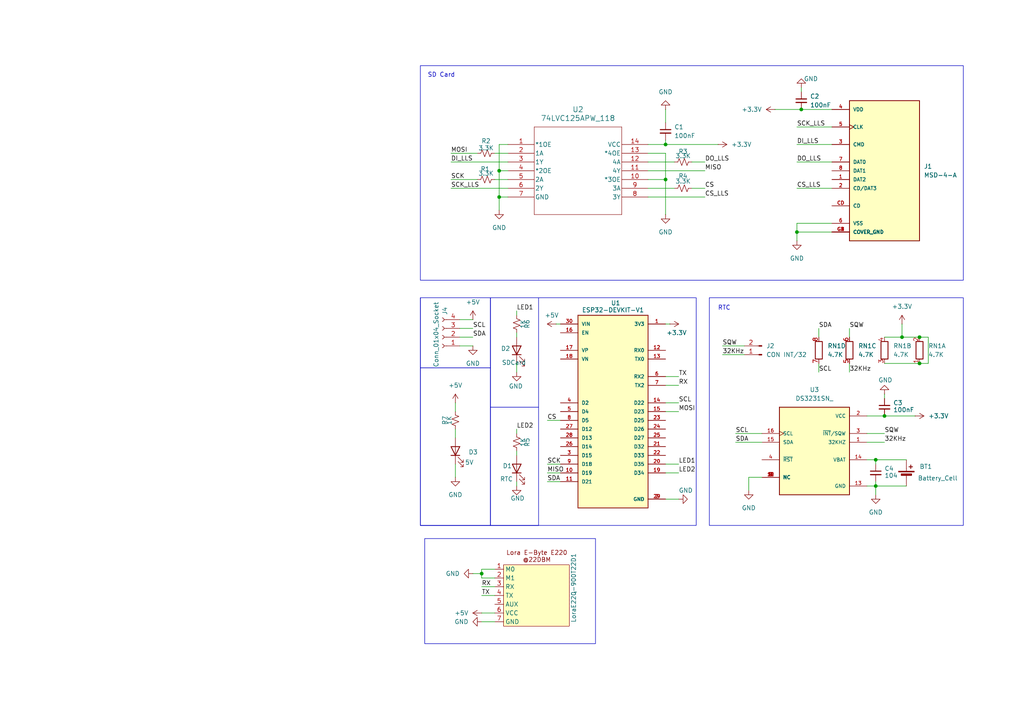
<source format=kicad_sch>
(kicad_sch (version 20250114) (generator "eeschema") (generator_version "9.0")
  (paper "A4")
  (lib_symbols
    (symbol "74LVC125APW,118:74LVC125APW_118" (pin_names (offset 0.254))
      (property "Reference" "U" (at 20.32 10.16 0))
      (property "Value" "74LVC125APW_118" (at 20.32 7.62 0))
      (symbol "74LVC125APW_118_0_1"
        (polyline (pts (xy 7.62 5.08) (xy 7.62 -20.32)) (stroke (width 0.127)))
        (polyline (pts (xy 7.62 -20.32) (xy 33.02 -20.32)) (stroke (width 0.127)))
        (polyline (pts (xy 33.02 5.08) (xy 7.62 5.08)) (stroke (width 0.127)))
        (polyline (pts (xy 33.02 -20.32) (xy 33.02 5.08)) (stroke (width 0.127)))
        (pin input line (at 0 0 0) (length 7.62) (name "*1OE") (number "1"))
        (pin input line (at 0 -2.54 0) (length 7.62) (name "1A") (number "2"))
        (pin output line (at 0 -5.08 0) (length 7.62) (name "1Y") (number "3"))
        (pin input line (at 0 -7.62 0) (length 7.62) (name "*2OE") (number "4"))
        (pin input line (at 0 -10.16 0) (length 7.62) (name "2A") (number "5"))
        (pin output line (at 0 -12.7 0) (length 7.62) (name "2Y") (number "6"))
        (pin power_out line (at 0 -15.24 0) (length 7.62) (name "GND") (number "7"))
        (pin power_in line (at 40.64 0 180) (length 7.62) (name "VCC") (number "14"))
        (pin input line (at 40.64 -2.54 180) (length 7.62) (name "*4OE") (number "13"))
        (pin input line (at 40.64 -5.08 180) (length 7.62) (name "4A") (number "12"))
        (pin output line (at 40.64 -7.62 180) (length 7.62) (name "4Y") (number "11"))
        (pin input line (at 40.64 -10.16 180) (length 7.62) (name "*3OE") (number "10"))
        (pin input line (at 40.64 -12.7 180) (length 7.62) (name "3A") (number "9"))
        (pin output line (at 40.64 -15.24 180) (length 7.62) (name "3Y") (number "8"))
      )
    )
    (symbol "Connector:Conn_01x02_Pin" (pin_names (offset 1.016) (hide yes))
      (property "Reference" "J" (at 0 2.54 0))
      (property "Value" "Conn_01x02_Pin" (at 0 -5.08 0))
      (symbol "Conn_01x02_Pin_1_1"
        (rectangle (start 0.8636 0.127) (end 0 -0.127) (stroke (width 0.1524)) (fill (type outline)))
        (rectangle (start 0.8636 -2.413) (end 0 -2.667) (stroke (width 0.1524)) (fill (type outline)))
        (polyline (pts (xy 1.27 0) (xy 0.8636 0)) (stroke (width 0.1524)))
        (polyline (pts (xy 1.27 -2.54) (xy 0.8636 -2.54)) (stroke (width 0.1524)))
        (pin passive line (at 5.08 0 180) (length 3.81) (name "Pin_1") (number "1"))
        (pin passive line (at 5.08 -2.54 180) (length 3.81) (name "Pin_2") (number "2"))
      )
    )
    (symbol "Connector:Conn_01x04_Socket" (pin_names (offset 1.016) (hide yes))
      (property "Reference" "J" (at 0 5.08 0))
      (property "Value" "Conn_01x04_Socket" (at 0 -7.62 0))
      (symbol "Conn_01x04_Socket_1_1"
        (polyline (pts (xy -1.27 2.54) (xy -0.508 2.54)) (stroke (width 0.1524)))
        (polyline (pts (xy -1.27 0) (xy -0.508 0)) (stroke (width 0.1524)))
        (polyline (pts (xy -1.27 -2.54) (xy -0.508 -2.54)) (stroke (width 0.1524)))
        (polyline (pts (xy -1.27 -5.08) (xy -0.508 -5.08)) (stroke (width 0.1524)))
        (arc (start 0 2.032) (mid -0.5058 2.54) (end 0 3.048) (stroke (width 0.1524)))
        (arc (start 0 -0.508) (mid -0.5058 0) (end 0 0.508) (stroke (width 0.1524)))
        (arc (start 0 -3.048) (mid -0.5058 -2.54) (end 0 -2.032) (stroke (width 0.1524)))
        (arc (start 0 -5.588) (mid -0.5058 -5.08) (end 0 -4.572) (stroke (width 0.1524)))
        (pin passive line (at -5.08 2.54 0) (length 3.81) (name "Pin_1") (number "1"))
        (pin passive line (at -5.08 0 0) (length 3.81) (name "Pin_2") (number "2"))
        (pin passive line (at -5.08 -2.54 0) (length 3.81) (name "Pin_3") (number "3"))
        (pin passive line (at -5.08 -5.08 0) (length 3.81) (name "Pin_4") (number "4"))
      )
    )
    (symbol "DS3231SN_:DS3231SN_" (pin_names (offset 1.016))
      (property "Reference" "U" (at -9.9423 13.7569 0))
      (property "Value" "DS3231SN_" (at -10.1746 -15.2582 0))
      (symbol "DS3231SN__0_0"
        (rectangle (start -10.16 -12.7) (end 10.16 12.7) (stroke (width 0.254)) (fill (type background)))
        (pin input clock (at -15.24 5.08 0) (length 5.08) (name "SCL") (number "16"))
        (pin bidirectional line (at -15.24 2.54 0) (length 5.08) (name "SDA") (number "15"))
        (pin bidirectional line (at -15.24 -2.54 0) (length 5.08) (name "~{RST}") (number "4"))
        (pin passive line (at -15.24 -7.62 0) (length 5.08) (name "NC") (number "10"))
        (pin passive line (at -15.24 -7.62 0) (length 5.08) (name "NC") (number "11"))
        (pin passive line (at -15.24 -7.62 0) (length 5.08) (name "NC") (number "12"))
        (pin passive line (at -15.24 -7.62 0) (length 5.08) (name "NC") (number "5"))
        (pin passive line (at -15.24 -7.62 0) (length 5.08) (name "NC") (number "6"))
        (pin passive line (at -15.24 -7.62 0) (length 5.08) (name "NC") (number "7"))
        (pin passive line (at -15.24 -7.62 0) (length 5.08) (name "NC") (number "8"))
        (pin passive line (at -15.24 -7.62 0) (length 5.08) (name "NC") (number "9"))
        (pin power_in line (at 15.24 10.16 180) (length 5.08) (name "VCC") (number "2"))
        (pin output line (at 15.24 5.08 180) (length 5.08) (name "~{INT}/SQW") (number "3"))
        (pin output line (at 15.24 2.54 180) (length 5.08) (name "32KHZ") (number "1"))
        (pin input line (at 15.24 -2.54 180) (length 5.08) (name "VBAT") (number "14"))
        (pin power_in line (at 15.24 -10.16 180) (length 5.08) (name "GND") (number "13"))
      )
    )
    (symbol "Device:Battery_Cell" (pin_numbers (hide yes)) (pin_names (offset 0) (hide yes))
      (property "Reference" "BT" (at 2.54 2.54 0))
      (property "Value" "Battery_Cell" (at 2.54 0 0))
      (symbol "Battery_Cell_0_1"
        (rectangle (start -2.286 1.778) (end 2.286 1.524) (fill (type outline)))
        (rectangle (start -1.524 1.016) (end 1.524 0.508) (fill (type outline)))
        (polyline (pts (xy 0 1.778) (xy 0 2.54)))
        (polyline (pts (xy 0 0.762) (xy 0 0)))
        (polyline (pts (xy 0.762 3.048) (xy 1.778 3.048)) (stroke (width 0.254)))
        (polyline (pts (xy 1.27 3.556) (xy 1.27 2.54)) (stroke (width 0.254)))
      )
      (symbol "Battery_Cell_1_1"
        (pin passive line (at 0 5.08 270) (length 2.54) (name "+") (number "1"))
        (pin passive line (at 0 -2.54 90) (length 2.54) (name "-") (number "2"))
      )
    )
    (symbol "Device:C_Small" (pin_numbers (hide yes)) (pin_names (offset 0.254) (hide yes))
      (property "Reference" "C" (at 0.254 1.778 0))
      (property "Value" "C_Small" (at 0.254 -2.032 0))
      (symbol "C_Small_0_1"
        (polyline (pts (xy -1.524 0.508) (xy 1.524 0.508)) (stroke (width 0.3048)))
        (polyline (pts (xy -1.524 -0.508) (xy 1.524 -0.508)) (stroke (width 0.3302)))
      )
      (symbol "C_Small_1_1"
        (pin passive line (at 0 2.54 270) (length 2.032) (name "~") (number "1"))
        (pin passive line (at 0 -2.54 90) (length 2.032) (name "~") (number "2"))
      )
    )
    (symbol "Device:LED" (pin_numbers (hide yes)) (pin_names (offset 1.016) (hide yes))
      (property "Reference" "D" (at 0 2.54 0))
      (property "Value" "LED" (at 0 -2.54 0))
      (symbol "LED_0_1"
        (polyline (pts (xy -3.048 -0.762) (xy -4.572 -2.286) (xy -3.81 -2.286) (xy -4.572 -2.286) (xy -4.572 -1.524)))
        (polyline (pts (xy -1.778 -0.762) (xy -3.302 -2.286) (xy -2.54 -2.286) (xy -3.302 -2.286) (xy -3.302 -1.524)))
        (polyline (pts (xy -1.27 0) (xy 1.27 0)))
        (polyline (pts (xy -1.27 -1.27) (xy -1.27 1.27)) (stroke (width 0.254)))
        (polyline (pts (xy 1.27 -1.27) (xy 1.27 1.27) (xy -1.27 0) (xy 1.27 -1.27)) (stroke (width 0.254)))
      )
      (symbol "LED_1_1"
        (pin passive line (at -3.81 0 0) (length 2.54) (name "K") (number "1"))
        (pin passive line (at 3.81 0 180) (length 2.54) (name "A") (number "2"))
      )
    )
    (symbol "Device:R_Pack04_SIP_Split" (pin_names (offset 0) (hide yes))
      (property "Reference" "RN" (at 2.032 0 90))
      (property "Value" "R_Pack04_SIP_Split" (at 0 0 90))
      (symbol "R_Pack04_SIP_Split_0_1"
        (rectangle (start 1.016 2.54) (end -1.016 -2.54) (stroke (width 0.254)))
      )
      (symbol "R_Pack04_SIP_Split_1_1"
        (pin passive line (at 0 3.81 270) (length 1.27) (name "R1.2") (number "2"))
        (pin passive line (at 0 -3.81 90) (length 1.27) (name "R1.1") (number "1"))
      )
      (symbol "R_Pack04_SIP_Split_2_1"
        (pin passive line (at 0 3.81 270) (length 1.27) (name "R2.2") (number "4"))
        (pin passive line (at 0 -3.81 90) (length 1.27) (name "R2.1") (number "3"))
      )
      (symbol "R_Pack04_SIP_Split_3_1"
        (pin passive line (at 0 3.81 270) (length 1.27) (name "R3.2") (number "6"))
        (pin passive line (at 0 -3.81 90) (length 1.27) (name "R3.1") (number "5"))
      )
      (symbol "R_Pack04_SIP_Split_4_1"
        (pin passive line (at 0 3.81 270) (length 1.27) (name "R4.2") (number "8"))
        (pin passive line (at 0 -3.81 90) (length 1.27) (name "R4.1") (number "7"))
      )
    )
    (symbol "Device:R_Small_US" (pin_numbers (hide yes)) (pin_names (offset 0.254) (hide yes))
      (property "Reference" "R" (at 0.762 0.508 0))
      (property "Value" "R_Small_US" (at 0.762 -1.016 0))
      (symbol "R_Small_US_1_1"
        (polyline (pts (xy 0 1.524) (xy 1.016 1.143) (xy 0 0.762) (xy -1.016 0.381) (xy 0 0)))
        (polyline (pts (xy 0 0) (xy 1.016 -0.381) (xy 0 -0.762) (xy -1.016 -1.143) (xy 0 -1.524)))
        (pin passive line (at 0 2.54 270) (length 1.016) (name "~") (number "1"))
        (pin passive line (at 0 -2.54 90) (length 1.016) (name "~") (number "2"))
      )
    )
    (symbol "ESP32-DEVKIT-V1:ESP32-DEVKIT-V1" (pin_names (offset 1.016))
      (property "Reference" "U" (at -10.16 30.48 0))
      (property "Value" "ESP32-DEVKIT-V1" (at -10.16 -30.48 0))
      (symbol "ESP32-DEVKIT-V1_0_0"
        (rectangle (start -10.16 -27.94) (end 10.16 27.94) (stroke (width 0.254)) (fill (type background)))
        (pin input line (at -15.24 25.4 0) (length 5.08) (name "VIN") (number "30"))
        (pin input line (at -15.24 22.86 0) (length 5.08) (name "EN") (number "16"))
        (pin bidirectional line (at -15.24 17.78 0) (length 5.08) (name "VP") (number "17"))
        (pin bidirectional line (at -15.24 15.24 0) (length 5.08) (name "VN") (number "18"))
        (pin bidirectional line (at -15.24 2.54 0) (length 5.08) (name "D2") (number "4"))
        (pin bidirectional line (at -15.24 0 0) (length 5.08) (name "D4") (number "5"))
        (pin bidirectional line (at -15.24 -2.54 0) (length 5.08) (name "D5") (number "8"))
        (pin bidirectional line (at -15.24 -5.08 0) (length 5.08) (name "D12") (number "27"))
        (pin bidirectional line (at -15.24 -7.62 0) (length 5.08) (name "D13") (number "28"))
        (pin bidirectional line (at -15.24 -10.16 0) (length 5.08) (name "D14") (number "26"))
        (pin bidirectional line (at -15.24 -12.7 0) (length 5.08) (name "D15") (number "3"))
        (pin bidirectional line (at -15.24 -15.24 0) (length 5.08) (name "D18") (number "9"))
        (pin bidirectional line (at -15.24 -17.78 0) (length 5.08) (name "D19") (number "10"))
        (pin bidirectional line (at -15.24 -20.32 0) (length 5.08) (name "D21") (number "11"))
        (pin output line (at 15.24 25.4 180) (length 5.08) (name "3V3") (number "1"))
        (pin input line (at 15.24 17.78 180) (length 5.08) (name "RX0") (number "12"))
        (pin output line (at 15.24 15.24 180) (length 5.08) (name "TX0") (number "13"))
        (pin input line (at 15.24 10.16 180) (length 5.08) (name "RX2") (number "6"))
        (pin output line (at 15.24 7.62 180) (length 5.08) (name "TX2") (number "7"))
        (pin bidirectional line (at 15.24 2.54 180) (length 5.08) (name "D22") (number "14"))
        (pin bidirectional line (at 15.24 0 180) (length 5.08) (name "D23") (number "15"))
        (pin bidirectional line (at 15.24 -2.54 180) (length 5.08) (name "D25") (number "23"))
        (pin bidirectional line (at 15.24 -5.08 180) (length 5.08) (name "D26") (number "24"))
        (pin bidirectional line (at 15.24 -7.62 180) (length 5.08) (name "D27") (number "25"))
        (pin bidirectional line (at 15.24 -10.16 180) (length 5.08) (name "D32") (number "21"))
        (pin bidirectional line (at 15.24 -12.7 180) (length 5.08) (name "D33") (number "22"))
        (pin bidirectional line (at 15.24 -15.24 180) (length 5.08) (name "D35") (number "20"))
        (pin bidirectional line (at 15.24 -17.78 180) (length 5.08) (name "D34") (number "19"))
        (pin power_in line (at 15.24 -25.4 180) (length 5.08) (name "GND") (number "2"))
        (pin power_in line (at 15.24 -25.4 180) (length 5.08) (name "GND") (number "29"))
      )
    )
    (symbol "Lora:Lora_E220"
      (property "Reference" "LoraE220-900T22D" (at 0.762 -7.874 0))
      (symbol "Lora_E220_1_1"
        (rectangle (start -8.89 11.43) (end 10.16 -6.35) (fill (type background)))
        (text "Lora E-Byte E220\n@22DBM" (at 0.762 13.97 0) (effects (font (size 1.27 1.27))))
        (pin input line (at -11.43 10.16 0) (length 2.54) (name "M0") (number "1"))
        (pin input line (at -11.43 7.62 0) (length 2.54) (name "M1") (number "2"))
        (pin output line (at -11.43 5.08 0) (length 2.54) (name "RX") (number "3"))
        (pin input line (at -11.43 2.54 0) (length 2.54) (name "TX") (number "4"))
        (pin input line (at -11.43 0 0) (length 2.54) (name "AUX") (number "5"))
        (pin power_in line (at -11.43 -2.54 0) (length 2.54) (name "VCC") (number "6"))
        (pin power_in line (at -11.43 -5.08 0) (length 2.54) (name "GND") (number "7"))
      )
    )
    (symbol "Micro SD Card Socket:MSD-4-A" (pin_names (offset 1.016))
      (property "Reference" "J" (at -10.16 21.082 0))
      (property "Value" "MSD-4-A" (at -10.16 -22.86 0))
      (symbol "MSD-4-A_0_0"
        (rectangle (start -10.16 -20.32) (end 10.16 20.32) (stroke (width 0.254)) (fill (type background)))
        (pin power_in line (at -15.24 17.78 0) (length 5.08) (name "VDD") (number "4"))
        (pin input clock (at -15.24 12.7 0) (length 5.08) (name "CLK") (number "5"))
        (pin bidirectional line (at -15.24 7.62 0) (length 5.08) (name "CMD") (number "3"))
        (pin bidirectional line (at -15.24 2.54 0) (length 5.08) (name "DAT0") (number "7"))
        (pin bidirectional line (at -15.24 0 0) (length 5.08) (name "DAT1") (number "8"))
        (pin bidirectional line (at -15.24 -2.54 0) (length 5.08) (name "DAT2") (number "1"))
        (pin bidirectional line (at -15.24 -5.08 0) (length 5.08) (name "CD/DAT3") (number "2"))
        (pin passive line (at -15.24 -10.16 0) (length 5.08) (name "CD") (number "CD"))
        (pin power_in line (at -15.24 -15.24 0) (length 5.08) (name "VSS") (number "6"))
        (pin power_in line (at -15.24 -17.78 0) (length 5.08) (name "COVER_GND") (number "G1"))
        (pin power_in line (at -15.24 -17.78 0) (length 5.08) (name "COVER_GND") (number "G2"))
        (pin power_in line (at -15.24 -17.78 0) (length 5.08) (name "COVER_GND") (number "G3"))
        (pin power_in line (at -15.24 -17.78 0) (length 5.08) (name "COVER_GND") (number "G4"))
      )
    )
    (symbol "power:+3.3V" (power) (pin_numbers (hide yes)) (pin_names (offset 0) (hide yes))
      (property "Value" "+3.3V" (at 0 3.556 0))
      (symbol "+3.3V_0_1"
        (polyline (pts (xy -0.762 1.27) (xy 0 2.54)))
        (polyline (pts (xy 0 2.54) (xy 0.762 1.27)))
        (polyline (pts (xy 0 0) (xy 0 2.54)))
      )
      (symbol "+3.3V_1_1"
        (pin power_in line (at 0 0 90) (length 0) (name "~") (number "1"))
      )
    )
    (symbol "power:+5V" (power) (pin_numbers (hide yes)) (pin_names (offset 0) (hide yes))
      (property "Value" "+5V" (at 0 3.556 0))
      (symbol "+5V_0_1"
        (polyline (pts (xy -0.762 1.27) (xy 0 2.54)))
        (polyline (pts (xy 0 2.54) (xy 0.762 1.27)))
        (polyline (pts (xy 0 0) (xy 0 2.54)))
      )
      (symbol "+5V_1_1"
        (pin power_in line (at 0 0 90) (length 0) (name "~") (number "1"))
      )
    )
    (symbol "power:GND" (power) (pin_numbers (hide yes)) (pin_names (offset 0) (hide yes))
      (property "Value" "GND" (at 0 -3.81 0))
      (symbol "GND_0_1"
        (polyline (pts (xy 0 0) (xy 0 -1.27) (xy 1.27 -1.27) (xy 0 -2.54) (xy -1.27 -1.27) (xy 0 -1.27)))
      )
      (symbol "GND_1_1"
        (pin power_in line (at 0 0 270) (length 0) (name "~") (number "1"))
      )
    )
  )
  (rectangle (start 142.24 118.11) (end 156.21 152.4))
  (rectangle (start 121.92 106.68) (end 142.24 152.4))
  (rectangle (start 123.19 156.21) (end 172.72 186.69))
  (rectangle (start 205.74 86.36) (end 279.4 152.4))
  (rectangle (start 121.92 86.36) (end 142.24 106.68))
  (rectangle (start 121.92 19.05) (end 279.4 81.28))
  (rectangle (start 142.24 86.36) (end 156.21 118.11))
  (rectangle (start 121.92 86.36) (end 201.93 152.4))
  (text "RTC" (at 210.058 89.408 0) (effects (font (size 1.27 1.27))))
  (text "SD Card" (at 128.016 21.844 0) (effects (font (size 1.27 1.27))))
  (junction (at 254 133.35))
  (junction (at 144.78 57.15))
  (junction (at 266.7 97.79))
  (junction (at 231.14 67.31))
  (junction (at 254 140.97))
  (junction (at 232.41 31.75))
  (junction (at 261.62 97.79))
  (junction (at 193.04 41.91))
  (junction (at 139.7 166.37))
  (junction (at 144.78 49.53))
  (junction (at 266.7 105.41))
  (junction (at 193.04 52.07))
  (junction (at 256.54 120.65))
  (wire (pts (xy 251.46 120.65) (xy 256.54 120.65)))
  (wire (pts (xy 137.16 166.37) (xy 139.7 166.37)))
  (wire (pts (xy 158.75 121.92) (xy 162.56 121.92)))
  (wire (pts (xy 158.75 139.7) (xy 162.56 139.7)))
  (wire (pts (xy 193.04 137.16) (xy 196.85 137.16)))
  (wire (pts (xy 254 140.97) (xy 262.89 140.97)))
  (wire (pts (xy 139.7 177.8) (xy 143.51 177.8)))
  (wire (pts (xy 149.86 124.46) (xy 149.86 125.73)))
  (wire (pts (xy 193.04 44.45) (xy 193.04 52.07)))
  (wire (pts (xy 196.85 144.78) (xy 193.04 144.78)))
  (wire (pts (xy 130.81 44.45) (xy 138.43 44.45)))
  (wire (pts (xy 144.78 41.91) (xy 144.78 49.53)))
  (wire (pts (xy 193.04 134.62) (xy 196.85 134.62)))
  (wire (pts (xy 143.51 52.07) (xy 147.32 52.07)))
  (wire (pts (xy 231.14 41.91) (xy 241.3 41.91)))
  (wire (pts (xy 266.7 97.79) (xy 269.24 97.79)))
  (wire (pts (xy 144.78 57.15) (xy 144.78 60.96)))
  (wire (pts (xy 161.29 93.98) (xy 162.56 93.98)))
  (wire (pts (xy 269.24 105.41) (xy 266.7 105.41)))
  (wire (pts (xy 187.96 49.53) (xy 204.47 49.53)))
  (wire (pts (xy 193.04 52.07) (xy 193.04 62.23)))
  (wire (pts (xy 158.75 134.62) (xy 162.56 134.62)))
  (wire (pts (xy 261.62 93.98) (xy 261.62 97.79)))
  (wire (pts (xy 187.96 52.07) (xy 193.04 52.07)))
  (wire (pts (xy 193.04 109.22) (xy 196.85 109.22)))
  (wire (pts (xy 149.86 132.08) (xy 149.86 130.81)))
  (wire (pts (xy 246.38 105.41) (xy 246.38 107.95)))
  (wire (pts (xy 251.46 125.73) (xy 256.54 125.73)))
  (wire (pts (xy 139.7 170.18) (xy 143.51 170.18)))
  (wire (pts (xy 193.04 41.91) (xy 193.04 40.64)))
  (wire (pts (xy 209.55 100.33) (xy 215.9 100.33)))
  (wire (pts (xy 144.78 57.15) (xy 147.32 57.15)))
  (wire (pts (xy 149.86 97.79) (xy 149.86 96.52)))
  (wire (pts (xy 246.38 95.25) (xy 246.38 97.79)))
  (wire (pts (xy 224.79 31.75) (xy 232.41 31.75)))
  (wire (pts (xy 200.66 54.61) (xy 204.47 54.61)))
  (wire (pts (xy 237.49 95.25) (xy 237.49 97.79)))
  (wire (pts (xy 193.04 31.75) (xy 193.04 35.56)))
  (wire (pts (xy 254 143.51) (xy 254 140.97)))
  (wire (pts (xy 231.14 67.31) (xy 231.14 69.85)))
  (wire (pts (xy 143.51 44.45) (xy 147.32 44.45)))
  (wire (pts (xy 187.96 57.15) (xy 204.47 57.15)))
  (wire (pts (xy 209.55 102.87) (xy 215.9 102.87)))
  (wire (pts (xy 187.96 41.91) (xy 193.04 41.91)))
  (wire (pts (xy 231.14 67.31) (xy 241.3 67.31)))
  (wire (pts (xy 254 133.35) (xy 262.89 133.35)))
  (wire (pts (xy 147.32 41.91) (xy 144.78 41.91)))
  (wire (pts (xy 143.51 165.1) (xy 139.7 165.1)))
  (wire (pts (xy 133.35 97.79) (xy 137.16 97.79)))
  (wire (pts (xy 144.78 49.53) (xy 144.78 57.15)))
  (wire (pts (xy 254 139.7) (xy 254 140.97)))
  (wire (pts (xy 213.36 128.27) (xy 220.98 128.27)))
  (wire (pts (xy 193.04 119.38) (xy 196.85 119.38)))
  (wire (pts (xy 231.14 54.61) (xy 241.3 54.61)))
  (wire (pts (xy 261.62 97.79) (xy 266.7 97.79)))
  (wire (pts (xy 232.41 25.4) (xy 232.41 26.67)))
  (wire (pts (xy 256.54 97.79) (xy 261.62 97.79)))
  (wire (pts (xy 130.81 46.99) (xy 147.32 46.99)))
  (wire (pts (xy 256.54 114.3) (xy 256.54 115.57)))
  (wire (pts (xy 256.54 105.41) (xy 266.7 105.41)))
  (wire (pts (xy 187.96 54.61) (xy 195.58 54.61)))
  (wire (pts (xy 256.54 120.65) (xy 265.43 120.65)))
  (wire (pts (xy 132.08 124.46) (xy 132.08 127)))
  (wire (pts (xy 133.35 92.71) (xy 137.16 92.71)))
  (wire (pts (xy 149.86 140.97) (xy 149.86 139.7)))
  (wire (pts (xy 200.66 46.99) (xy 204.47 46.99)))
  (wire (pts (xy 251.46 140.97) (xy 254 140.97)))
  (wire (pts (xy 193.04 116.84) (xy 196.85 116.84)))
  (wire (pts (xy 237.49 105.41) (xy 237.49 107.95)))
  (wire (pts (xy 144.78 49.53) (xy 147.32 49.53)))
  (wire (pts (xy 130.81 52.07) (xy 138.43 52.07)))
  (wire (pts (xy 193.04 41.91) (xy 208.28 41.91)))
  (wire (pts (xy 133.35 95.25) (xy 137.16 95.25)))
  (wire (pts (xy 193.04 111.76) (xy 196.85 111.76)))
  (wire (pts (xy 231.14 64.77) (xy 231.14 67.31)))
  (wire (pts (xy 187.96 44.45) (xy 193.04 44.45)))
  (wire (pts (xy 254 133.35) (xy 254 134.62)))
  (wire (pts (xy 231.14 36.83) (xy 241.3 36.83)))
  (wire (pts (xy 231.14 46.99) (xy 241.3 46.99)))
  (wire (pts (xy 251.46 133.35) (xy 254 133.35)))
  (wire (pts (xy 269.24 97.79) (xy 269.24 105.41)))
  (wire (pts (xy 241.3 64.77) (xy 231.14 64.77)))
  (wire (pts (xy 149.86 107.95) (xy 149.86 105.41)))
  (wire (pts (xy 149.86 90.17) (xy 149.86 91.44)))
  (wire (pts (xy 158.75 137.16) (xy 162.56 137.16)))
  (wire (pts (xy 132.08 116.84) (xy 132.08 119.38)))
  (wire (pts (xy 139.7 172.72) (xy 143.51 172.72)))
  (wire (pts (xy 213.36 125.73) (xy 220.98 125.73)))
  (wire (pts (xy 217.17 138.43) (xy 217.17 142.24)))
  (wire (pts (xy 187.96 46.99) (xy 195.58 46.99)))
  (wire (pts (xy 132.08 134.62) (xy 132.08 138.43)))
  (wire (pts (xy 139.7 167.64) (xy 143.51 167.64)))
  (wire (pts (xy 232.41 31.75) (xy 241.3 31.75)))
  (wire (pts (xy 139.7 165.1) (xy 139.7 166.37)))
  (wire (pts (xy 251.46 128.27) (xy 256.54 128.27)))
  (wire (pts (xy 130.81 54.61) (xy 147.32 54.61)))
  (wire (pts (xy 139.7 166.37) (xy 139.7 167.64)))
  (wire (pts (xy 193.04 93.98) (xy 194.31 93.98)))
  (wire (pts (xy 139.7 180.34) (xy 143.51 180.34)))
  (wire (pts (xy 133.35 100.33) (xy 137.16 100.33)))
  (wire (pts (xy 220.98 138.43) (xy 217.17 138.43)))
  (label "DI_LLS" (at 130.81 46.99 0))
  (label "MOSI" (at 196.85 119.38 0))
  (label "TX" (at 196.85 109.22 0))
  (label "32KHz" (at 246.38 107.95 0))
  (label "LED1" (at 196.85 134.62 0))
  (label "SQW" (at 209.55 100.33 0))
  (label "SDA" (at 237.49 95.25 0))
  (label "SCL" (at 213.36 125.73 0))
  (label "SQW" (at 246.38 95.25 0))
  (label "CS_LLS" (at 231.14 54.61 0))
  (label "DI_LLS" (at 231.14 41.91 0))
  (label "32KHz" (at 256.54 128.27 0))
  (label "SCL" (at 196.85 116.84 0))
  (label "32KHz" (at 209.55 102.87 0))
  (label "MISO" (at 204.47 49.53 0))
  (label "LED2" (at 196.85 137.16 0))
  (label "SCK_LLS" (at 231.14 36.83 0))
  (label "CS" (at 204.47 54.61 0))
  (label "SCK" (at 130.81 52.07 0))
  (label "SCK_LLS" (at 130.81 54.61 0))
  (label "LED2" (at 149.86 124.46 0))
  (label "SDA" (at 213.36 128.27 0))
  (label "SCL" (at 137.16 95.25 0))
  (label "MISO" (at 158.75 137.16 0))
  (label "CS" (at 158.75 121.92 0))
  (label "LED1" (at 149.86 90.17 0))
  (label "CS_LLS" (at 204.47 57.15 0))
  (label "MOSI" (at 130.81 44.45 0))
  (label "SDA" (at 158.75 139.7 0))
  (label "SCK" (at 158.75 134.62 0))
  (label "DO_LLS" (at 204.47 46.99 0))
  (label "SCL" (at 237.49 107.95 0))
  (label "RX" (at 196.85 111.76 0))
  (label "DO_LLS" (at 231.14 46.99 0))
  (label "SDA" (at 137.16 97.79 0))
  (label "RX" (at 139.7 170.18 0))
  (label "SQW" (at 256.54 125.73 0))
  (label "TX" (at 139.7 172.72 0))
  (symbol (lib_id "Device:R_Small_US") (at 198.12 54.61 90) (unit 1)
    (property "Reference" "R4" (at 198.12 51.054 90))
    (property "Value" "3.3K" (at 198.12 52.578 90))
    (property "Footprint" "Resistor_SMD:R_0603_1608Metric_Pad0.98x0.95mm_HandSolder" (effects (hide yes)))
    (property "Description" "Resistor, small US symbol" (effects (hide yes)))
  )
  (symbol (lib_id "Device:R_Pack04_SIP_Split") (at 237.49 101.6 0) (unit 4)
    (property "Reference" "RN1" (at 240.03 100.3299 0) (effects (justify left)))
    (property "Value" "4.7K" (at 240.03 102.8699 0) (effects (justify left)))
    (property "Footprint" "Resistor_SMD:R_Array_Convex_4x0603" (effects (hide yes)))
    (property "Datasheet" "http://www.vishay.com/docs/31509/csc.pdf" (effects (hide yes)))
    (property "Description" "4 resistor network, parallel topology, SIP package, split" (effects (hide yes)))
  )
  (symbol (lib_id "Device:C_Small") (at 232.41 29.21 0) (unit 1)
    (property "Reference" "C2" (at 234.95 27.9462 0) (effects (justify left)))
    (property "Value" "100nF" (at 234.95 30.4862 0) (effects (justify left)))
    (property "Footprint" "Capacitor_SMD:C_0603_1608Metric_Pad1.08x0.95mm_HandSolder" (effects (hide yes)))
    (property "Description" "Unpolarized capacitor, small symbol" (effects (hide yes)))
  )
  (symbol (lib_id "power:+3.3V") (at 194.31 93.98 270) (unit 1)
    (property "Reference" "#PWR017" (effects (hide yes)))
    (property "Value" "+3.3V" (at 193.294 96.52 90) (effects (justify left)))
    (property "Description" "Power symbol creates a global label with name \"+3.3V\"" (effects (hide yes)))
  )
  (symbol (lib_id "Device:R_Small_US") (at 198.12 46.99 90) (unit 1)
    (property "Reference" "R3" (at 198.12 43.942 90))
    (property "Value" "3.3K" (at 198.12 45.212 90))
    (property "Footprint" "Resistor_SMD:R_0603_1608Metric_Pad0.98x0.95mm_HandSolder" (effects (hide yes)))
    (property "Description" "Resistor, small US symbol" (effects (hide yes)))
  )
  (symbol (lib_id "Connector:Conn_01x02_Pin") (at 220.98 102.87 180) (unit 1)
    (property "Reference" "J2" (at 222.25 100.3299 0) (effects (justify right)))
    (property "Value" "CON INT/32" (at 222.25 102.8699 0) (effects (justify right)))
    (property "Footprint" "Connector_PinHeader_2.54mm:PinHeader_1x02_P2.54mm_Vertical" (effects (hide yes)))
    (property "Description" "Generic connector, single row, 01x02, script generated" (effects (hide yes)))
  )
  (symbol (lib_id "Device:R_Pack04_SIP_Split") (at 246.38 101.6 0) (unit 3)
    (property "Reference" "RN1" (at 248.92 100.3299 0) (effects (justify left)))
    (property "Value" "4.7K" (at 248.92 102.8699 0) (effects (justify left)))
    (property "Footprint" "Resistor_SMD:R_Array_Convex_4x0603" (effects (hide yes)))
    (property "Datasheet" "http://www.vishay.com/docs/31509/csc.pdf" (effects (hide yes)))
    (property "Description" "4 resistor network, parallel topology, SIP package, split" (effects (hide yes)))
  )
  (symbol (lib_id "power:GND") (at 139.7 180.34 270) (unit 1)
    (property "Reference" "#PWR024" (effects (hide yes)))
    (property "Value" "GND" (at 135.89 180.3399 90) (effects (justify right)))
    (property "Description" "Power symbol creates a global label with name \"GND\" , ground" (effects (hide yes)))
  )
  (symbol (lib_id "power:GND") (at 254 143.51 0) (unit 1)
    (property "Reference" "#PWR010" (effects (hide yes)))
    (property "Value" "GND" (at 254 148.59 0))
    (property "Description" "Power symbol creates a global label with name \"GND\" , ground" (effects (hide yes)))
  )
  (symbol (lib_id "power:+3.3V") (at 224.79 31.75 90) (unit 1)
    (property "Reference" "#PWR05" (effects (hide yes)))
    (property "Value" "+3.3V" (at 220.98 31.7499 90) (effects (justify left)))
    (property "Description" "Power symbol creates a global label with name \"+3.3V\"" (effects (hide yes)))
  )
  (symbol (lib_id "Device:C_Small") (at 254 137.16 0) (unit 1)
    (property "Reference" "C4" (at 256.54 135.8962 0) (effects (justify left)))
    (property "Value" "104" (at 256.54 137.922 0) (effects (justify left)))
    (property "Footprint" "Capacitor_SMD:C_0603_1608Metric_Pad1.08x0.95mm_HandSolder" (effects (hide yes)))
    (property "Description" "Unpolarized capacitor, small symbol" (effects (hide yes)))
  )
  (symbol (lib_id "power:GND") (at 232.41 25.4 180) (unit 1)
    (property "Reference" "#PWR07" (effects (hide yes)))
    (property "Value" "GND" (at 235.204 22.86 0))
    (property "Description" "Power symbol creates a global label with name \"GND\" , ground" (effects (hide yes)))
  )
  (symbol (lib_id "power:GND") (at 256.54 114.3 180) (unit 1)
    (property "Reference" "#PWR012" (effects (hide yes)))
    (property "Value" "GND" (at 256.794 110.236 0))
    (property "Description" "Power symbol creates a global label with name \"GND\" , ground" (effects (hide yes)))
  )
  (symbol (lib_id "power:GND") (at 217.17 142.24 0) (unit 1)
    (property "Reference" "#PWR013" (effects (hide yes)))
    (property "Value" "GND" (at 217.17 147.32 0))
    (property "Description" "Power symbol creates a global label with name \"GND\" , ground" (effects (hide yes)))
  )
  (symbol (lib_id "74LVC125APW,118:74LVC125APW_118") (at 147.32 41.91 0) (unit 1)
    (property "Reference" "U2" (at 167.64 31.75 0) (effects (font (size 1.524 1.524))))
    (property "Value" "74LVC125APW_118" (at 167.64 34.29 0) (effects (font (size 1.524 1.524))))
    (property "Footprint" "74LVC125APW,118:TSSOP14_SOT402-1_NEX" (effects (hide yes)))
    (property "Datasheet" "74LVC125APW_118" (effects (hide yes)))
  )
  (symbol (lib_id "power:GND") (at 149.86 107.95 0) (unit 1)
    (property "Reference" "#PWR014" (effects (hide yes)))
    (property "Value" "GND" (at 149.606 112.014 0))
    (property "Description" "Power symbol creates a global label with name \"GND\" , ground" (effects (hide yes)))
  )
  (symbol (lib_id "Device:R_Small_US") (at 149.86 93.98 0) (unit 1)
    (property "Reference" "R6" (at 152.908 93.98 90))
    (property "Value" "1K" (at 151.638 93.98 90))
    (property "Footprint" "Resistor_SMD:R_0603_1608Metric_Pad0.98x0.95mm_HandSolder" (effects (hide yes)))
    (property "Description" "Resistor, small US symbol" (effects (hide yes)))
  )
  (symbol (lib_id "Device:C_Small") (at 256.54 118.11 0) (unit 1)
    (property "Reference" "C3" (at 259.08 116.8462 0) (effects (justify left)))
    (property "Value" "100nF" (at 259.08 118.872 0) (effects (justify left)))
    (property "Footprint" "Capacitor_SMD:C_0603_1608Metric_Pad1.08x0.95mm_HandSolder" (effects (hide yes)))
    (property "Description" "Unpolarized capacitor, small symbol" (effects (hide yes)))
  )
  (symbol (lib_id "Device:R_Pack04_SIP_Split") (at 266.7 101.6 0) (unit 1)
    (property "Reference" "RN1" (at 269.24 100.3299 0) (effects (justify left)))
    (property "Value" "4.7K" (at 269.24 102.8699 0) (effects (justify left)))
    (property "Footprint" "Resistor_SMD:R_Array_Convex_4x0603" (effects (hide yes)))
    (property "Datasheet" "http://www.vishay.com/docs/31509/csc.pdf" (effects (hide yes)))
    (property "Description" "4 resistor network, parallel topology, SIP package, split" (effects (hide yes)))
  )
  (symbol (lib_id "Device:LED") (at 149.86 135.89 90) (unit 1)
    (property "Reference" "D1" (at 145.796 135.128 90) (effects (justify right)))
    (property "Value" "RTC" (at 145.034 138.938 90) (effects (justify right)))
    (property "Footprint" "LED_SMD:LED_0603_1608Metric_Pad1.05x0.95mm_HandSolder" (effects (hide yes)))
    (property "Description" "Light emitting diode" (effects (hide yes)))
    (property "Sim.Pins" "1=K 2=A" (effects (hide yes)))
  )
  (symbol (lib_id "power:+5V") (at 137.16 92.71 0) (unit 1)
    (property "Reference" "#PWR025" (effects (hide yes)))
    (property "Value" "+5V" (at 137.16 87.63 0))
    (property "Description" "Power symbol creates a global label with name \"+5V\"" (effects (hide yes)))
  )
  (symbol (lib_id "power:+5V") (at 139.7 177.8 90) (unit 1)
    (property "Reference" "#PWR023" (effects (hide yes)))
    (property "Value" "+5V" (at 135.89 177.7999 90) (effects (justify left)))
    (property "Description" "Power symbol creates a global label with name \"+5V\"" (effects (hide yes)))
  )
  (symbol (lib_id "Device:R_Pack04_SIP_Split") (at 256.54 101.6 0) (unit 2)
    (property "Reference" "RN1" (at 259.08 100.3299 0) (effects (justify left)))
    (property "Value" "4.7K" (at 259.08 102.8699 0) (effects (justify left)))
    (property "Footprint" "Resistor_SMD:R_Array_Convex_4x0603" (effects (hide yes)))
    (property "Datasheet" "http://www.vishay.com/docs/31509/csc.pdf" (effects (hide yes)))
    (property "Description" "4 resistor network, parallel topology, SIP package, split" (effects (hide yes)))
  )
  (symbol (lib_id "Connector:Conn_01x04_Socket") (at 128.27 97.79 180) (unit 1)
    (property "Reference" "J4" (at 129.032 90.17 90))
    (property "Value" "Conn_01x04_Socket" (at 126.492 97.028 90))
    (property "Footprint" "Connector_JST:JST_XH_B4B-XH-A_1x04_P2.50mm_Vertical" (effects (hide yes)))
    (property "Description" "Generic connector, single row, 01x04, script generated" (effects (hide yes)))
  )
  (symbol (lib_id "power:GND") (at 193.04 62.23 0) (unit 1)
    (property "Reference" "#PWR04" (effects (hide yes)))
    (property "Value" "GND" (at 193.04 67.31 0))
    (property "Description" "Power symbol creates a global label with name \"GND\" , ground" (effects (hide yes)))
  )
  (symbol (lib_id "Device:LED") (at 132.08 130.81 90) (unit 1)
    (property "Reference" "D3" (at 135.89 131.1274 90) (effects (justify right)))
    (property "Value" "5V" (at 134.874 134.112 90) (effects (justify right)))
    (property "Footprint" "LED_SMD:LED_0603_1608Metric_Pad1.05x0.95mm_HandSolder" (effects (hide yes)))
    (property "Description" "Light emitting diode" (effects (hide yes)))
    (property "Sim.Pins" "1=K 2=A" (effects (hide yes)))
  )
  (symbol (lib_id "power:GND") (at 137.16 100.33 0) (unit 1)
    (property "Reference" "#PWR026" (effects (hide yes)))
    (property "Value" "GND" (at 137.16 105.41 0))
    (property "Description" "Power symbol creates a global label with name \"GND\" , ground" (effects (hide yes)))
  )
  (symbol (lib_id "Micro SD Card Socket:MSD-4-A") (at 256.54 49.53 0) (unit 1)
    (property "Reference" "J1" (at 267.97 48.2599 0) (effects (justify left)))
    (property "Value" "MSD-4-A" (at 267.97 50.7999 0) (effects (justify left)))
    (property "Footprint" "SDCard Socket:CUI_MSD-4-A" (effects (hide yes)))
    (property "MF" "Same Sky" (effects (hide yes)))
    (property "MAXIMUM_PACKAGE_HEIGHT" "2.00mm" (effects (hide yes)))
    (property "Package" "None" (effects (hide yes)))
    (property "Price" "None" (effects (hide yes)))
    (property "Check_prices" "https://www.snapeda.com/parts/MSD-4-A/Same+Sky/view-part/?ref=eda" (effects (hide yes)))
    (property "STANDARD" "Manufacturer Recommendations" (effects (hide yes)))
    (property "PARTREV" "1.0" (effects (hide yes)))
    (property "SnapEDA_Link" "https://www.snapeda.com/parts/MSD-4-A/Same+Sky/view-part/?ref=snap" (effects (hide yes)))
    (property "MP" "MSD-4-A" (effects (hide yes)))
    (property "Description_1" "Micro SD Card Connector, 9 Positions, Connector and Ejector, Push In, Auto Eject Out, Surface Mount, 1.8 mm Height Above Board, Gold Flash" (effects (hide yes)))
    (property "Availability" "In Stock" (effects (hide yes)))
    (property "MANUFACTURER" "CUI Devices" (effects (hide yes)))
  )
  (symbol (lib_id "Device:C_Small") (at 193.04 38.1 0) (unit 1)
    (property "Reference" "C1" (at 195.58 36.8362 0) (effects (justify left)))
    (property "Value" "100nF" (at 195.58 39.3762 0) (effects (justify left)))
    (property "Footprint" "Capacitor_SMD:C_0603_1608Metric_Pad1.08x0.95mm_HandSolder" (effects (hide yes)))
    (property "Description" "Unpolarized capacitor, small symbol" (effects (hide yes)))
  )
  (symbol (lib_id "Device:R_Small_US") (at 132.08 121.92 180) (unit 1)
    (property "Reference" "R7" (at 129.032 121.92 90))
    (property "Value" "1K" (at 130.302 121.92 90))
    (property "Footprint" "Resistor_SMD:R_0603_1608Metric_Pad0.98x0.95mm_HandSolder" (effects (hide yes)))
    (property "Description" "Resistor, small US symbol" (effects (hide yes)))
  )
  (symbol (lib_id "power:+3.3V") (at 261.62 93.98 0) (unit 1)
    (property "Reference" "#PWR022" (effects (hide yes)))
    (property "Value" "+3.3V" (at 261.62 88.9 0))
    (property "Description" "Power symbol creates a global label with name \"+3.3V\"" (effects (hide yes)))
  )
  (symbol (lib_id "power:GND") (at 196.85 144.78 90) (unit 1)
    (property "Reference" "#PWR016" (effects (hide yes)))
    (property "Value" "GND" (at 196.85 142.24 90) (effects (justify right)))
    (property "Description" "Power symbol creates a global label with name \"GND\" , ground" (effects (hide yes)))
  )
  (symbol (lib_id "power:GND") (at 144.78 60.96 0) (unit 1)
    (property "Reference" "#PWR03" (effects (hide yes)))
    (property "Value" "GND" (at 144.78 66.04 0))
    (property "Description" "Power symbol creates a global label with name \"GND\" , ground" (effects (hide yes)))
  )
  (symbol (lib_id "ESP32-DEVKIT-V1:ESP32-DEVKIT-V1") (at 177.8 119.38 0) (unit 1)
    (property "Reference" "U1" (at 178.562 87.884 0))
    (property "Value" "ESP32-DEVKIT-V1" (at 177.8 89.916 0))
    (property "Footprint" "ESP32:MODULE_ESP32_DEVKIT_V1" (effects (hide yes)))
    (property "MF" "Do it" (effects (hide yes)))
    (property "MAXIMUM_PACKAGE_HEIGHT" "6.8 mm" (effects (hide yes)))
    (property "Package" "None" (effects (hide yes)))
    (property "Price" "None" (effects (hide yes)))
    (property "Check_prices" "https://www.snapeda.com/parts/ESP32-DEVKIT-V1/Do+it/view-part/?ref=eda" (effects (hide yes)))
    (property "STANDARD" "Manufacturer Recommendations" (effects (hide yes)))
    (property "PARTREV" "N/A" (effects (hide yes)))
    (property "SnapEDA_Link" "https://www.snapeda.com/parts/ESP32-DEVKIT-V1/Do+it/view-part/?ref=snap" (effects (hide yes)))
    (property "MP" "ESP32-DEVKIT-V1" (effects (hide yes)))
    (property "Description_1" "Dual core, Wi-Fi: 2.4 GHz up to 150 Mbits/s,BLE (Bluetooth Low Energy) and legacy Bluetooth, 32 bits, Up to 240 MHz" (effects (hide yes)))
    (property "Availability" "Not in stock" (effects (hide yes)))
    (property "MANUFACTURER" "DOIT" (effects (hide yes)))
  )
  (symbol (lib_id "power:+5V") (at 161.29 93.98 90) (unit 1)
    (property "Reference" "#PWR015" (effects (hide yes)))
    (property "Value" "+5V" (at 160.02 91.44 90))
    (property "Description" "Power symbol creates a global label with name \"+5V\"" (effects (hide yes)))
  )
  (symbol (lib_id "Device:R_Small_US") (at 140.97 52.07 90) (unit 1)
    (property "Reference" "R1" (at 140.716 49.022 90))
    (property "Value" "3.3K" (at 140.97 50.292 90))
    (property "Footprint" "Resistor_SMD:R_0603_1608Metric_Pad0.98x0.95mm_HandSolder" (effects (hide yes)))
    (property "Description" "Resistor, small US symbol" (effects (hide yes)))
  )
  (symbol (lib_id "power:GND") (at 231.14 69.85 0) (unit 1)
    (property "Reference" "#PWR06" (effects (hide yes)))
    (property "Value" "GND" (at 231.14 74.93 0))
    (property "Description" "Power symbol creates a global label with name \"GND\" , ground" (effects (hide yes)))
  )
  (symbol (lib_id "DS3231SN_:DS3231SN_") (at 236.22 130.81 0) (unit 1)
    (property "Reference" "U3" (at 236.22 113.03 0))
    (property "Value" "DS3231SN_" (at 236.22 115.57 0))
    (property "Footprint" "DS3231SN#:SOIC127P1032X265-16N" (effects (hide yes)))
    (property "MF" "Analog Devices" (effects (hide yes)))
    (property "MAXIMUM_PACKAGE_HEIGHT" "2.65 mm" (effects (hide yes)))
    (property "Package" "SOIC-16 Maxim" (effects (hide yes)))
    (property "Price" "None" (effects (hide yes)))
    (property "Check_prices" "https://www.snapeda.com/parts/DS3231SN%23/Analog+Devices/view-part/?ref=eda" (effects (hide yes)))
    (property "STANDARD" "IPC 7351B" (effects (hide yes)))
    (property "PARTREV" "10" (effects (hide yes)))
    (property "SnapEDA_Link" "https://www.snapeda.com/parts/DS3231SN%23/Analog+Devices/view-part/?ref=snap" (effects (hide yes)))
    (property "MP" "DS3231SN#" (effects (hide yes)))
    (property "Description_1" "Extremely Accurate I²C-Integrated RTC/TCXO/Crystal" (effects (hide yes)))
    (property "MANUFACTURER" "Maxim Integrated" (effects (hide yes)))
    (property "Availability" "In Stock" (effects (hide yes)))
    (property "SNAPEDA_PN" "DS3231SN#" (effects (hide yes)))
  )
  (symbol (lib_id "Device:Battery_Cell") (at 262.89 138.43 0) (unit 1)
    (property "Reference" "BT1" (at 266.7 135.3184 0) (effects (justify left)))
    (property "Value" "Battery_Cell" (at 266.192 138.684 0) (effects (justify left)))
    (property "Footprint" "Battery:BatteryHolder_MYOUNG_BS-07-A1BJ001_CR2032" (effects (hide yes)))
    (property "Description" "Single-cell battery" (effects (hide yes)))
  )
  (symbol (lib_id "Device:LED") (at 149.86 101.6 90) (unit 1)
    (property "Reference" "D2" (at 145.288 101.092 90) (effects (justify right)))
    (property "Value" "SDCard" (at 145.542 105.156 90) (effects (justify right)))
    (property "Footprint" "LED_SMD:LED_0603_1608Metric_Pad1.05x0.95mm_HandSolder" (effects (hide yes)))
    (property "Description" "Light emitting diode" (effects (hide yes)))
    (property "Sim.Pins" "1=K 2=A" (effects (hide yes)))
  )
  (symbol (lib_id "power:GND") (at 149.86 140.97 0) (unit 1)
    (property "Reference" "#PWR08" (effects (hide yes)))
    (property "Value" "GND" (at 150.114 144.526 0))
    (property "Description" "Power symbol creates a global label with name \"GND\" , ground" (effects (hide yes)))
  )
  (symbol (lib_id "Device:R_Small_US") (at 140.97 44.45 90) (unit 1)
    (property "Reference" "R2" (at 140.97 40.894 90))
    (property "Value" "3.3K" (at 140.97 42.926 90))
    (property "Footprint" "Resistor_SMD:R_0603_1608Metric_Pad0.98x0.95mm_HandSolder" (effects (hide yes)))
    (property "Description" "Resistor, small US symbol" (effects (hide yes)))
  )
  (symbol (lib_id "power:+3.3V") (at 265.43 120.65 270) (unit 1)
    (property "Reference" "#PWR09" (effects (hide yes)))
    (property "Value" "+3.3V" (at 269.24 120.6499 90) (effects (justify left)))
    (property "Description" "Power symbol creates a global label with name \"+3.3V\"" (effects (hide yes)))
  )
  (symbol (lib_id "power:GND") (at 193.04 31.75 180) (unit 1)
    (property "Reference" "#PWR01" (effects (hide yes)))
    (property "Value" "GND" (at 193.04 26.67 0))
    (property "Description" "Power symbol creates a global label with name \"GND\" , ground" (effects (hide yes)))
  )
  (symbol (lib_id "power:GND") (at 137.16 166.37 270) (unit 1)
    (property "Reference" "#PWR011" (effects (hide yes)))
    (property "Value" "GND" (at 133.35 166.3699 90) (effects (justify right)))
    (property "Description" "Power symbol creates a global label with name \"GND\" , ground" (effects (hide yes)))
  )
  (symbol (lib_id "Lora:Lora_E220") (at 154.94 175.26 0) (unit 1)
    (property "Reference" "LoraE220-900T22D1" (at 166.37 180.594 90) (effects (justify left)))
    (property "Value" "~" (at 166.37 171.698 0) (effects (justify left)))
    (property "Footprint" "Lora E220-900T22D:Lora E220-900T22D" (effects (hide yes)))
  )
  (symbol (lib_id "power:GND") (at 132.08 138.43 0) (unit 1)
    (property "Reference" "#PWR021" (effects (hide yes)))
    (property "Value" "GND" (at 132.08 143.51 0))
    (property "Description" "Power symbol creates a global label with name \"GND\" , ground" (effects (hide yes)))
  )
  (symbol (lib_id "Device:R_Small_US") (at 149.86 128.27 0) (unit 1)
    (property "Reference" "R5" (at 152.908 128.27 90))
    (property "Value" "1K" (at 151.638 128.27 90))
    (property "Footprint" "Resistor_SMD:R_0603_1608Metric_Pad0.98x0.95mm_HandSolder" (effects (hide yes)))
    (property "Description" "Resistor, small US symbol" (effects (hide yes)))
  )
  (symbol (lib_id "power:+5V") (at 132.08 116.84 0) (unit 1)
    (property "Reference" "#PWR020" (effects (hide yes)))
    (property "Value" "+5V" (at 132.08 111.76 0))
    (property "Description" "Power symbol creates a global label with name \"+5V\"" (effects (hide yes)))
  )
  (symbol (lib_id "power:+3.3V") (at 208.28 41.91 270) (unit 1)
    (property "Reference" "#PWR02" (effects (hide yes)))
    (property "Value" "+3.3V" (at 212.09 41.9099 90) (effects (justify left)))
    (property "Description" "Power symbol creates a global label with name \"+3.3V\"" (effects (hide yes)))
  )
)
</source>
